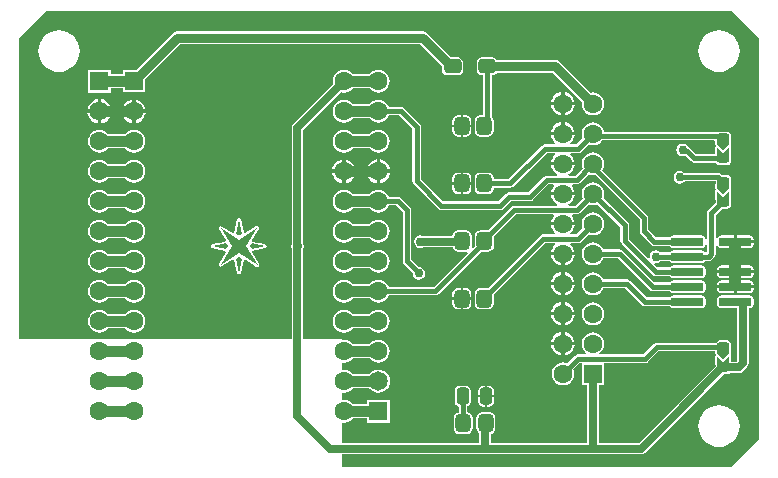
<source format=gtl>
G04*
G04 #@! TF.GenerationSoftware,Altium Limited,Altium Designer,20.1.8 (145)*
G04*
G04 Layer_Physical_Order=1*
G04 Layer_Color=255*
%FSAX25Y25*%
%MOIN*%
G70*
G04*
G04 #@! TF.SameCoordinates,26FBE6AE-7016-430B-9DB3-2072F7DBF2B3*
G04*
G04*
G04 #@! TF.FilePolarity,Positive*
G04*
G01*
G75*
G04:AMPARAMS|DCode=29|XSize=39.76mil|YSize=57.87mil|CornerRadius=9.94mil|HoleSize=0mil|Usage=FLASHONLY|Rotation=0.000|XOffset=0mil|YOffset=0mil|HoleType=Round|Shape=RoundedRectangle|*
%AMROUNDEDRECTD29*
21,1,0.03976,0.03799,0,0,0.0*
21,1,0.01988,0.05787,0,0,0.0*
1,1,0.01988,0.00994,-0.01900*
1,1,0.01988,-0.00994,-0.01900*
1,1,0.01988,-0.00994,0.01900*
1,1,0.01988,0.00994,0.01900*
%
%ADD29ROUNDEDRECTD29*%
G04:AMPARAMS|DCode=30|XSize=59.06mil|YSize=51.18mil|CornerRadius=12.8mil|HoleSize=0mil|Usage=FLASHONLY|Rotation=90.000|XOffset=0mil|YOffset=0mil|HoleType=Round|Shape=RoundedRectangle|*
%AMROUNDEDRECTD30*
21,1,0.05906,0.02559,0,0,90.0*
21,1,0.03347,0.05118,0,0,90.0*
1,1,0.02559,0.01280,0.01673*
1,1,0.02559,0.01280,-0.01673*
1,1,0.02559,-0.01280,-0.01673*
1,1,0.02559,-0.01280,0.01673*
%
%ADD30ROUNDEDRECTD30*%
G04:AMPARAMS|DCode=31|XSize=29.13mil|YSize=109.84mil|CornerRadius=7.28mil|HoleSize=0mil|Usage=FLASHONLY|Rotation=90.000|XOffset=0mil|YOffset=0mil|HoleType=Round|Shape=RoundedRectangle|*
%AMROUNDEDRECTD31*
21,1,0.02913,0.09528,0,0,90.0*
21,1,0.01457,0.10984,0,0,90.0*
1,1,0.01457,0.04764,0.00728*
1,1,0.01457,0.04764,-0.00728*
1,1,0.01457,-0.04764,-0.00728*
1,1,0.01457,-0.04764,0.00728*
%
%ADD31ROUNDEDRECTD31*%
G04:AMPARAMS|DCode=32|XSize=32mil|YSize=40mil|CornerRadius=8mil|HoleSize=0mil|Usage=FLASHONLY|Rotation=270.000|XOffset=0mil|YOffset=0mil|HoleType=Round|Shape=RoundedRectangle|*
%AMROUNDEDRECTD32*
21,1,0.03200,0.02400,0,0,270.0*
21,1,0.01600,0.04000,0,0,270.0*
1,1,0.01600,-0.01200,-0.00800*
1,1,0.01600,-0.01200,0.00800*
1,1,0.01600,0.01200,0.00800*
1,1,0.01600,0.01200,-0.00800*
%
%ADD32ROUNDEDRECTD32*%
G04:AMPARAMS|DCode=33|XSize=47.24mil|YSize=57.09mil|CornerRadius=11.81mil|HoleSize=0mil|Usage=FLASHONLY|Rotation=270.000|XOffset=0mil|YOffset=0mil|HoleType=Round|Shape=RoundedRectangle|*
%AMROUNDEDRECTD33*
21,1,0.04724,0.03347,0,0,270.0*
21,1,0.02362,0.05709,0,0,270.0*
1,1,0.02362,-0.01673,-0.01181*
1,1,0.02362,-0.01673,0.01181*
1,1,0.02362,0.01673,0.01181*
1,1,0.02362,0.01673,-0.01181*
%
%ADD33ROUNDEDRECTD33*%
%ADD34C,0.01600*%
%ADD35C,0.02500*%
%ADD36C,0.03000*%
%ADD37C,0.03500*%
%ADD38R,0.04000X0.15500*%
%ADD39C,0.06299*%
%ADD40C,0.06496*%
%ADD41R,0.06496X0.06496*%
%ADD42C,0.06299*%
%ADD43R,0.06299X0.06299*%
%ADD44R,0.06299X0.06299*%
%ADD45C,0.03000*%
G36*
X0248471Y0144367D02*
Y0010633D01*
X0239367Y0001529D01*
X0109200D01*
Y0005614D01*
X0209000D01*
X0209722Y0005757D01*
X0210334Y0006166D01*
X0217334Y0013166D01*
X0236565Y0032398D01*
X0237700D01*
X0238246Y0032506D01*
X0238594Y0032739D01*
X0241535D01*
X0242257Y0032882D01*
X0242869Y0033291D01*
X0244334Y0034756D01*
X0244743Y0035368D01*
X0244886Y0036090D01*
Y0054418D01*
X0245264D01*
X0245782Y0054521D01*
X0246221Y0054814D01*
X0246515Y0055253D01*
X0246618Y0055772D01*
Y0057228D01*
X0246515Y0057746D01*
X0246221Y0058186D01*
X0245782Y0058479D01*
X0245264Y0058583D01*
X0235736D01*
X0235218Y0058479D01*
X0234779Y0058186D01*
X0234485Y0057746D01*
X0234382Y0057228D01*
Y0055772D01*
X0234485Y0055253D01*
X0234779Y0054814D01*
X0235218Y0054521D01*
X0235736Y0054418D01*
X0241114D01*
Y0036871D01*
X0240754Y0036511D01*
X0239149D01*
Y0038375D01*
X0238959Y0038834D01*
X0239122Y0039308D01*
X0239149Y0039375D01*
Y0040600D01*
X0239127Y0040653D01*
Y0042175D01*
X0239019Y0042721D01*
X0238709Y0043184D01*
X0238246Y0043494D01*
X0237700Y0043602D01*
X0235300D01*
X0234754Y0043494D01*
X0234291Y0043184D01*
X0234035Y0042802D01*
X0214223D01*
X0214223Y0042802D01*
X0213677Y0042694D01*
X0213214Y0042384D01*
X0213214Y0042384D01*
X0209757Y0038927D01*
X0195325D01*
X0195155Y0039427D01*
X0195674Y0039826D01*
X0196275Y0040609D01*
X0196653Y0041521D01*
X0196782Y0042500D01*
X0196653Y0043479D01*
X0196275Y0044391D01*
X0195674Y0045174D01*
X0194891Y0045775D01*
X0193979Y0046153D01*
X0193000Y0046282D01*
X0192021Y0046153D01*
X0191109Y0045775D01*
X0190326Y0045174D01*
X0189725Y0044391D01*
X0189347Y0043479D01*
X0189218Y0042500D01*
X0189347Y0041521D01*
X0189725Y0040609D01*
X0190326Y0039826D01*
X0190845Y0039427D01*
X0190675Y0038927D01*
X0188000D01*
X0188000Y0038927D01*
X0187454Y0038819D01*
X0186991Y0038509D01*
X0186991Y0038509D01*
X0184442Y0035961D01*
X0183979Y0036153D01*
X0183000Y0036282D01*
X0182021Y0036153D01*
X0181109Y0035775D01*
X0180326Y0035174D01*
X0179725Y0034391D01*
X0179347Y0033479D01*
X0179218Y0032500D01*
X0179347Y0031521D01*
X0179725Y0030609D01*
X0180326Y0029826D01*
X0181109Y0029225D01*
X0182021Y0028847D01*
X0183000Y0028718D01*
X0183979Y0028847D01*
X0184891Y0029225D01*
X0185674Y0029826D01*
X0186275Y0030609D01*
X0186653Y0031521D01*
X0186782Y0032500D01*
X0186653Y0033479D01*
X0186461Y0033942D01*
X0188591Y0036073D01*
X0189250D01*
Y0028750D01*
X0191114D01*
Y0009386D01*
X0158886D01*
Y0012483D01*
X0159253Y0012556D01*
X0159875Y0012972D01*
X0160290Y0013593D01*
X0160436Y0014327D01*
Y0017673D01*
X0160290Y0018407D01*
X0159875Y0019028D01*
X0159253Y0019444D01*
X0158520Y0019590D01*
X0155961D01*
X0155227Y0019444D01*
X0154606Y0019028D01*
X0154190Y0018407D01*
X0154044Y0017673D01*
Y0014327D01*
X0154190Y0013593D01*
X0154606Y0012972D01*
X0155114Y0012632D01*
Y0009386D01*
X0109200D01*
Y0015944D01*
X0109576Y0016274D01*
X0110000Y0016218D01*
X0110979Y0016347D01*
X0111891Y0016725D01*
X0112674Y0017326D01*
X0112891Y0017608D01*
X0117652D01*
Y0016160D01*
X0125348D01*
Y0023856D01*
X0117652D01*
Y0022400D01*
X0112885D01*
X0112674Y0022674D01*
X0111891Y0023275D01*
X0110979Y0023653D01*
X0110000Y0023782D01*
X0109576Y0023726D01*
X0109200Y0024056D01*
Y0025944D01*
X0109576Y0026274D01*
X0110000Y0026218D01*
X0110979Y0026347D01*
X0111891Y0026725D01*
X0112674Y0027326D01*
X0112891Y0027608D01*
X0118491D01*
X0118756Y0027263D01*
X0119559Y0026647D01*
X0120495Y0026259D01*
X0121500Y0026127D01*
X0122504Y0026259D01*
X0123441Y0026647D01*
X0124244Y0027263D01*
X0124861Y0028067D01*
X0125249Y0029003D01*
X0125381Y0030008D01*
X0125249Y0031012D01*
X0124861Y0031949D01*
X0124244Y0032752D01*
X0123441Y0033369D01*
X0122504Y0033757D01*
X0121500Y0033889D01*
X0120495Y0033757D01*
X0119559Y0033369D01*
X0118756Y0032752D01*
X0118485Y0032400D01*
X0112885D01*
X0112674Y0032674D01*
X0111891Y0033275D01*
X0110979Y0033653D01*
X0110000Y0033782D01*
X0109576Y0033726D01*
X0109200Y0034056D01*
Y0035944D01*
X0109576Y0036274D01*
X0110000Y0036218D01*
X0110979Y0036347D01*
X0111891Y0036725D01*
X0112674Y0037326D01*
X0112891Y0037608D01*
X0118615D01*
X0118826Y0037334D01*
X0119609Y0036733D01*
X0120521Y0036355D01*
X0121500Y0036226D01*
X0122479Y0036355D01*
X0123391Y0036733D01*
X0124174Y0037334D01*
X0124775Y0038117D01*
X0125153Y0039029D01*
X0125282Y0040008D01*
X0125153Y0040987D01*
X0124775Y0041899D01*
X0124174Y0042682D01*
X0123391Y0043283D01*
X0122479Y0043661D01*
X0121500Y0043790D01*
X0120521Y0043661D01*
X0119609Y0043283D01*
X0118826Y0042682D01*
X0118609Y0042400D01*
X0112885D01*
X0112674Y0042674D01*
X0111891Y0043275D01*
X0110979Y0043653D01*
X0110000Y0043782D01*
X0109576Y0043726D01*
X0109200Y0044056D01*
Y0044200D01*
X0096386D01*
Y0073793D01*
X0096478Y0073931D01*
X0096641Y0074750D01*
X0096614Y0074888D01*
X0096636Y0075000D01*
X0096492Y0075721D01*
X0096386Y0075880D01*
Y0113719D01*
X0109016Y0126349D01*
X0109021Y0126347D01*
X0110000Y0126218D01*
X0110979Y0126347D01*
X0111891Y0126725D01*
X0112674Y0127326D01*
X0112891Y0127608D01*
X0118615D01*
X0118826Y0127334D01*
X0119609Y0126733D01*
X0120521Y0126355D01*
X0121500Y0126226D01*
X0122479Y0126355D01*
X0123391Y0126733D01*
X0124174Y0127334D01*
X0124775Y0128117D01*
X0125153Y0129029D01*
X0125282Y0130008D01*
X0125153Y0130987D01*
X0124775Y0131899D01*
X0124174Y0132682D01*
X0123391Y0133283D01*
X0122479Y0133661D01*
X0121500Y0133790D01*
X0120521Y0133661D01*
X0119609Y0133283D01*
X0118826Y0132682D01*
X0118609Y0132400D01*
X0112885D01*
X0112674Y0132674D01*
X0111891Y0133275D01*
X0110979Y0133653D01*
X0110000Y0133782D01*
X0109021Y0133653D01*
X0108109Y0133275D01*
X0107326Y0132674D01*
X0106725Y0131891D01*
X0106347Y0130979D01*
X0106218Y0130000D01*
X0106347Y0129021D01*
X0106349Y0129016D01*
X0093166Y0115834D01*
X0092757Y0115222D01*
X0092614Y0114500D01*
Y0075707D01*
X0092522Y0075569D01*
X0092359Y0074750D01*
X0092522Y0073931D01*
X0092614Y0073793D01*
Y0044200D01*
X0001529D01*
Y0144367D01*
X0010633Y0153471D01*
X0239367D01*
X0248471Y0144367D01*
D02*
G37*
G36*
X0238500Y0039375D02*
X0236500Y0037375D01*
X0234500Y0039375D01*
Y0040600D01*
X0238500D01*
Y0039375D01*
D02*
G37*
G36*
Y0035425D02*
X0236500Y0035375D01*
X0234500D01*
Y0038375D01*
X0236500Y0036375D01*
X0238500Y0038375D01*
Y0035425D01*
D02*
G37*
G36*
X0233851Y0039375D02*
X0234041Y0038916D01*
X0234054Y0038902D01*
X0234041Y0038834D01*
X0233851Y0038375D01*
Y0035375D01*
X0233873Y0035322D01*
Y0035040D01*
X0214666Y0015834D01*
X0214666Y0015834D01*
X0208219Y0009386D01*
X0194886D01*
Y0028750D01*
X0196750D01*
Y0036073D01*
X0210348D01*
X0210348Y0036073D01*
X0210894Y0036181D01*
X0211358Y0036491D01*
X0214815Y0039948D01*
X0233851D01*
Y0039375D01*
D02*
G37*
%LPC*%
G36*
X0235000Y0146932D02*
X0233648Y0146799D01*
X0232347Y0146405D01*
X0231149Y0145764D01*
X0230098Y0144902D01*
X0229236Y0143851D01*
X0228595Y0142653D01*
X0228201Y0141352D01*
X0228068Y0140000D01*
X0228201Y0138648D01*
X0228595Y0137347D01*
X0229236Y0136149D01*
X0230098Y0135098D01*
X0231149Y0134236D01*
X0232347Y0133595D01*
X0233648Y0133201D01*
X0235000Y0133068D01*
X0236352Y0133201D01*
X0237653Y0133595D01*
X0238851Y0134236D01*
X0239902Y0135098D01*
X0240764Y0136149D01*
X0241405Y0137347D01*
X0241799Y0138648D01*
X0241932Y0140000D01*
X0241799Y0141352D01*
X0241405Y0142653D01*
X0240764Y0143851D01*
X0239902Y0144902D01*
X0238851Y0145764D01*
X0237653Y0146405D01*
X0236352Y0146799D01*
X0235000Y0146932D01*
D02*
G37*
G36*
X0015000D02*
X0013648Y0146799D01*
X0012347Y0146405D01*
X0011149Y0145764D01*
X0010098Y0144902D01*
X0009236Y0143851D01*
X0008595Y0142653D01*
X0008201Y0141352D01*
X0008068Y0140000D01*
X0008201Y0138648D01*
X0008595Y0137347D01*
X0009236Y0136149D01*
X0010098Y0135098D01*
X0011149Y0134236D01*
X0012347Y0133595D01*
X0013648Y0133201D01*
X0015000Y0133068D01*
X0016352Y0133201D01*
X0017653Y0133595D01*
X0018851Y0134236D01*
X0019902Y0135098D01*
X0020764Y0136149D01*
X0021405Y0137347D01*
X0021799Y0138648D01*
X0021932Y0140000D01*
X0021799Y0141352D01*
X0021405Y0142653D01*
X0020764Y0143851D01*
X0019902Y0144902D01*
X0018851Y0145764D01*
X0017653Y0146405D01*
X0016352Y0146799D01*
X0015000Y0146932D01*
D02*
G37*
G36*
X0136201Y0146641D02*
X0054500D01*
X0053681Y0146478D01*
X0052986Y0146014D01*
X0040722Y0133750D01*
X0036250D01*
Y0132396D01*
X0032348D01*
Y0133848D01*
X0024652D01*
Y0126152D01*
X0032348D01*
Y0127604D01*
X0036250D01*
Y0126250D01*
X0043750D01*
Y0130722D01*
X0055387Y0142359D01*
X0135314D01*
X0142704Y0134969D01*
Y0133819D01*
X0142842Y0133124D01*
X0143236Y0132535D01*
X0143825Y0132141D01*
X0144520Y0132003D01*
X0147866D01*
X0148561Y0132141D01*
X0149150Y0132535D01*
X0149544Y0133124D01*
X0149682Y0133819D01*
Y0136181D01*
X0149544Y0136876D01*
X0149150Y0137465D01*
X0148561Y0137859D01*
X0147866Y0137997D01*
X0145732D01*
X0137715Y0146014D01*
X0137020Y0146478D01*
X0136201Y0146641D01*
D02*
G37*
G36*
X0183600Y0126405D02*
Y0123100D01*
X0186905D01*
X0186848Y0123531D01*
X0186450Y0124492D01*
X0185817Y0125317D01*
X0184992Y0125950D01*
X0184031Y0126348D01*
X0183600Y0126405D01*
D02*
G37*
G36*
X0182400D02*
X0181969Y0126348D01*
X0181008Y0125950D01*
X0180183Y0125317D01*
X0179550Y0124492D01*
X0179152Y0123531D01*
X0179095Y0123100D01*
X0182400D01*
Y0126405D01*
D02*
G37*
G36*
X0121500Y0123790D02*
X0120521Y0123661D01*
X0119609Y0123283D01*
X0118826Y0122682D01*
X0118609Y0122400D01*
X0112885D01*
X0112674Y0122674D01*
X0111891Y0123275D01*
X0110979Y0123653D01*
X0110000Y0123782D01*
X0109021Y0123653D01*
X0108109Y0123275D01*
X0107326Y0122674D01*
X0106725Y0121891D01*
X0106347Y0120979D01*
X0106218Y0120000D01*
X0106347Y0119021D01*
X0106725Y0118109D01*
X0107326Y0117326D01*
X0108109Y0116725D01*
X0109021Y0116347D01*
X0110000Y0116218D01*
X0110979Y0116347D01*
X0111891Y0116725D01*
X0112674Y0117326D01*
X0112891Y0117608D01*
X0118615D01*
X0118826Y0117334D01*
X0119609Y0116733D01*
X0120521Y0116355D01*
X0121500Y0116226D01*
X0122479Y0116355D01*
X0123391Y0116733D01*
X0124174Y0117334D01*
X0124775Y0118117D01*
X0124967Y0118580D01*
X0128401D01*
X0132833Y0114149D01*
Y0096740D01*
X0132833Y0096740D01*
X0132941Y0096194D01*
X0133251Y0095731D01*
X0141491Y0087491D01*
X0141491Y0087491D01*
X0141954Y0087181D01*
X0142500Y0087073D01*
X0142500Y0087073D01*
X0162000D01*
X0162000Y0087073D01*
X0162546Y0087181D01*
X0163009Y0087491D01*
X0165591Y0090073D01*
X0172000D01*
X0172000Y0090073D01*
X0172546Y0090181D01*
X0173009Y0090491D01*
X0178141Y0095622D01*
X0179788D01*
X0180034Y0095122D01*
X0179550Y0094492D01*
X0179152Y0093531D01*
X0179095Y0093100D01*
X0183000D01*
X0186905D01*
X0186848Y0093531D01*
X0186450Y0094492D01*
X0185966Y0095122D01*
X0186212Y0095622D01*
X0187550D01*
X0187550Y0095622D01*
X0188096Y0095731D01*
X0188559Y0096040D01*
X0191558Y0099039D01*
X0192021Y0098847D01*
X0193000Y0098718D01*
X0193675Y0098807D01*
X0208573Y0083909D01*
Y0080000D01*
X0208573Y0080000D01*
X0208681Y0079454D01*
X0208991Y0078991D01*
X0212491Y0075491D01*
X0212491Y0075491D01*
X0212954Y0075181D01*
X0213500Y0075073D01*
X0213500Y0075073D01*
X0218606D01*
X0218779Y0074814D01*
X0219218Y0074521D01*
X0219736Y0074418D01*
X0229264D01*
X0229782Y0074521D01*
X0230221Y0074814D01*
X0230515Y0075253D01*
X0230573Y0075543D01*
X0231073Y0075494D01*
Y0073028D01*
X0230972Y0072927D01*
X0230394D01*
X0230221Y0073186D01*
X0229782Y0073479D01*
X0229264Y0073583D01*
X0219736D01*
X0219218Y0073479D01*
X0218779Y0073186D01*
X0218606Y0072927D01*
X0215572D01*
X0215514Y0073014D01*
X0214819Y0073478D01*
X0214000Y0073641D01*
X0213181Y0073478D01*
X0212486Y0073014D01*
X0212022Y0072319D01*
X0211859Y0071500D01*
X0211917Y0071208D01*
X0211456Y0070961D01*
X0204998Y0077419D01*
Y0081929D01*
X0204998Y0081929D01*
X0204889Y0082476D01*
X0204580Y0082939D01*
X0204580Y0082939D01*
X0196461Y0091058D01*
X0196653Y0091521D01*
X0196782Y0092500D01*
X0196653Y0093479D01*
X0196275Y0094391D01*
X0195674Y0095174D01*
X0194891Y0095775D01*
X0193979Y0096153D01*
X0193000Y0096282D01*
X0192021Y0096153D01*
X0191109Y0095775D01*
X0190326Y0095174D01*
X0189725Y0094391D01*
X0189347Y0093479D01*
X0189218Y0092500D01*
X0189347Y0091521D01*
X0189539Y0091058D01*
X0186958Y0088477D01*
X0184915D01*
X0184816Y0088977D01*
X0184992Y0089050D01*
X0185817Y0089683D01*
X0186450Y0090508D01*
X0186848Y0091469D01*
X0186905Y0091900D01*
X0183000D01*
X0179095D01*
X0179152Y0091469D01*
X0179550Y0090508D01*
X0180183Y0089683D01*
X0181008Y0089050D01*
X0181184Y0088977D01*
X0181085Y0088477D01*
X0166768D01*
X0166221Y0088368D01*
X0165758Y0088059D01*
X0165758Y0088059D01*
X0157989Y0080290D01*
X0155532D01*
X0154799Y0080144D01*
X0154177Y0079728D01*
X0153762Y0079107D01*
X0153616Y0078373D01*
Y0075129D01*
X0152919Y0074432D01*
X0152458Y0074678D01*
X0152527Y0075027D01*
Y0078373D01*
X0152382Y0079107D01*
X0151966Y0079728D01*
X0151344Y0080144D01*
X0150611Y0080290D01*
X0148052D01*
X0147319Y0080144D01*
X0146697Y0079728D01*
X0146282Y0079107D01*
X0146138Y0078386D01*
X0136457D01*
X0136319Y0078478D01*
X0135500Y0078641D01*
X0134681Y0078478D01*
X0133986Y0078014D01*
X0133522Y0077319D01*
X0133359Y0076500D01*
X0133522Y0075681D01*
X0133986Y0074986D01*
X0134681Y0074522D01*
X0135500Y0074359D01*
X0136319Y0074522D01*
X0136457Y0074614D01*
X0146218D01*
X0146282Y0074293D01*
X0146697Y0073672D01*
X0147319Y0073256D01*
X0148052Y0073110D01*
X0150611D01*
X0150959Y0073180D01*
X0151206Y0072719D01*
X0139922Y0061435D01*
X0124967D01*
X0124775Y0061899D01*
X0124174Y0062682D01*
X0123391Y0063283D01*
X0122479Y0063661D01*
X0121500Y0063790D01*
X0120521Y0063661D01*
X0119609Y0063283D01*
X0118826Y0062682D01*
X0118609Y0062400D01*
X0112885D01*
X0112674Y0062674D01*
X0111891Y0063275D01*
X0110979Y0063653D01*
X0110000Y0063782D01*
X0109021Y0063653D01*
X0108109Y0063275D01*
X0107326Y0062674D01*
X0106725Y0061891D01*
X0106347Y0060979D01*
X0106218Y0060000D01*
X0106347Y0059021D01*
X0106725Y0058109D01*
X0107326Y0057326D01*
X0108109Y0056725D01*
X0109021Y0056347D01*
X0110000Y0056218D01*
X0110979Y0056347D01*
X0111891Y0056725D01*
X0112674Y0057326D01*
X0112891Y0057608D01*
X0118615D01*
X0118826Y0057334D01*
X0119609Y0056733D01*
X0120521Y0056355D01*
X0121500Y0056226D01*
X0122479Y0056355D01*
X0123391Y0056733D01*
X0124174Y0057334D01*
X0124775Y0058117D01*
X0124967Y0058580D01*
X0140513D01*
X0140513Y0058580D01*
X0141060Y0058689D01*
X0141523Y0058999D01*
X0155635Y0073110D01*
X0158091D01*
X0158825Y0073256D01*
X0159446Y0073672D01*
X0159862Y0074293D01*
X0160008Y0075027D01*
Y0078271D01*
X0167359Y0085622D01*
X0179788D01*
X0180034Y0085122D01*
X0179550Y0084492D01*
X0179152Y0083531D01*
X0179095Y0083100D01*
X0183000D01*
X0186905D01*
X0186848Y0083531D01*
X0186450Y0084492D01*
X0185966Y0085122D01*
X0186212Y0085622D01*
X0187550D01*
X0187550Y0085622D01*
X0188096Y0085731D01*
X0188559Y0086040D01*
X0191558Y0089039D01*
X0192021Y0088847D01*
X0193000Y0088718D01*
X0193979Y0088847D01*
X0194442Y0089039D01*
X0202143Y0081338D01*
Y0076828D01*
X0202143Y0076828D01*
X0202252Y0076282D01*
X0202561Y0075819D01*
X0212889Y0065491D01*
X0212890Y0065491D01*
X0213353Y0065181D01*
X0213899Y0065073D01*
X0218606D01*
X0218779Y0064814D01*
X0219218Y0064521D01*
X0219736Y0064417D01*
X0229264D01*
X0229782Y0064521D01*
X0230221Y0064814D01*
X0230515Y0065254D01*
X0230618Y0065772D01*
Y0067228D01*
X0230515Y0067747D01*
X0230221Y0068186D01*
X0229782Y0068479D01*
X0229264Y0068582D01*
X0219736D01*
X0219218Y0068479D01*
X0218779Y0068186D01*
X0218606Y0067927D01*
X0214490D01*
X0213461Y0068956D01*
X0213708Y0069417D01*
X0214000Y0069359D01*
X0214819Y0069522D01*
X0215514Y0069986D01*
X0215572Y0070073D01*
X0218606D01*
X0218779Y0069814D01*
X0219218Y0069521D01*
X0219736Y0069418D01*
X0229264D01*
X0229782Y0069521D01*
X0230221Y0069814D01*
X0230394Y0070073D01*
X0231563D01*
X0231563Y0070073D01*
X0232109Y0070181D01*
X0232572Y0070491D01*
X0233509Y0071428D01*
X0233509Y0071428D01*
X0233819Y0071891D01*
X0233927Y0072437D01*
X0233927Y0072437D01*
Y0075494D01*
X0234427Y0075543D01*
X0234485Y0075253D01*
X0234779Y0074814D01*
X0235218Y0074521D01*
X0235736Y0074418D01*
X0240100D01*
Y0076500D01*
Y0078583D01*
X0235736D01*
X0235218Y0078479D01*
X0234779Y0078186D01*
X0234485Y0077746D01*
X0234427Y0077457D01*
X0233927Y0077506D01*
Y0085559D01*
X0235891Y0087523D01*
X0237700D01*
X0238246Y0087631D01*
X0238709Y0087941D01*
X0239019Y0088404D01*
X0239127Y0088950D01*
Y0090497D01*
X0239149Y0090550D01*
Y0093500D01*
X0238959Y0093959D01*
X0239122Y0094433D01*
X0239149Y0094500D01*
Y0095725D01*
X0239127Y0095778D01*
Y0097300D01*
X0239019Y0097846D01*
X0238709Y0098309D01*
X0238246Y0098619D01*
X0237700Y0098727D01*
X0235891D01*
X0235609Y0099009D01*
X0235146Y0099319D01*
X0234600Y0099427D01*
X0234600Y0099427D01*
X0223572D01*
X0223514Y0099514D01*
X0222819Y0099978D01*
X0222000Y0100141D01*
X0221181Y0099978D01*
X0220486Y0099514D01*
X0220022Y0098819D01*
X0219859Y0098000D01*
X0220022Y0097181D01*
X0220486Y0096486D01*
X0221181Y0096022D01*
X0222000Y0095859D01*
X0222819Y0096022D01*
X0223514Y0096486D01*
X0223572Y0096573D01*
X0233873D01*
Y0095778D01*
X0233851Y0095725D01*
Y0094500D01*
X0234041Y0094041D01*
X0234054Y0094027D01*
X0234041Y0093959D01*
X0233851Y0093500D01*
Y0090500D01*
X0233873Y0090447D01*
Y0089541D01*
X0231491Y0087159D01*
X0231181Y0086696D01*
X0231073Y0086150D01*
X0231073Y0086150D01*
Y0077506D01*
X0230573Y0077457D01*
X0230515Y0077746D01*
X0230221Y0078186D01*
X0229782Y0078479D01*
X0229264Y0078583D01*
X0219736D01*
X0219218Y0078479D01*
X0218779Y0078186D01*
X0218606Y0077927D01*
X0214091D01*
X0211427Y0080591D01*
Y0084500D01*
X0211427Y0084500D01*
X0211319Y0085046D01*
X0211009Y0085509D01*
X0196116Y0100402D01*
X0196275Y0100609D01*
X0196653Y0101521D01*
X0196782Y0102500D01*
X0196653Y0103479D01*
X0196275Y0104391D01*
X0195674Y0105174D01*
X0194891Y0105775D01*
X0193979Y0106153D01*
X0193000Y0106282D01*
X0192021Y0106153D01*
X0191109Y0105775D01*
X0190326Y0105174D01*
X0189725Y0104391D01*
X0189347Y0103479D01*
X0189218Y0102500D01*
X0189347Y0101521D01*
X0189539Y0101058D01*
X0186958Y0098477D01*
X0184915D01*
X0184816Y0098977D01*
X0184992Y0099050D01*
X0185817Y0099683D01*
X0186450Y0100508D01*
X0186848Y0101469D01*
X0186905Y0101900D01*
X0183000D01*
X0179095D01*
X0179152Y0101469D01*
X0179550Y0100508D01*
X0180183Y0099683D01*
X0181008Y0099050D01*
X0181184Y0098977D01*
X0181085Y0098477D01*
X0177550D01*
X0177003Y0098368D01*
X0176540Y0098059D01*
X0176540Y0098059D01*
X0171409Y0092927D01*
X0165000D01*
X0165000Y0092927D01*
X0164454Y0092819D01*
X0163991Y0092509D01*
X0163991Y0092509D01*
X0161409Y0089927D01*
X0143091D01*
X0135687Y0097331D01*
Y0114740D01*
X0135687Y0114740D01*
X0135579Y0115286D01*
X0135269Y0115749D01*
X0135269Y0115749D01*
X0130001Y0121017D01*
X0129538Y0121327D01*
X0128992Y0121435D01*
X0128992Y0121435D01*
X0124967D01*
X0124775Y0121899D01*
X0124174Y0122682D01*
X0123391Y0123283D01*
X0122479Y0123661D01*
X0121500Y0123790D01*
D02*
G37*
G36*
X0029100Y0124004D02*
Y0120600D01*
X0032504D01*
X0032444Y0121057D01*
X0032036Y0122041D01*
X0031387Y0122887D01*
X0030542Y0123536D01*
X0029557Y0123944D01*
X0029100Y0124004D01*
D02*
G37*
G36*
X0040600Y0123905D02*
Y0120600D01*
X0043905D01*
X0043848Y0121031D01*
X0043450Y0121992D01*
X0042817Y0122817D01*
X0041992Y0123450D01*
X0041031Y0123848D01*
X0040600Y0123905D01*
D02*
G37*
G36*
X0039400D02*
X0038969Y0123848D01*
X0038008Y0123450D01*
X0037183Y0122817D01*
X0036550Y0121992D01*
X0036152Y0121031D01*
X0036095Y0120600D01*
X0039400D01*
Y0123905D01*
D02*
G37*
G36*
X0027900Y0124004D02*
X0027443Y0123944D01*
X0026458Y0123536D01*
X0025613Y0122887D01*
X0024964Y0122041D01*
X0024556Y0121057D01*
X0024496Y0120600D01*
X0027900D01*
Y0124004D01*
D02*
G37*
G36*
X0159480Y0137997D02*
X0156134D01*
X0155439Y0137859D01*
X0154850Y0137465D01*
X0154456Y0136876D01*
X0154318Y0136181D01*
Y0133819D01*
X0154456Y0133124D01*
X0154850Y0132535D01*
X0155439Y0132141D01*
X0156134Y0132003D01*
X0156380D01*
Y0118690D01*
X0155461D01*
X0154727Y0118544D01*
X0154106Y0118128D01*
X0153690Y0117507D01*
X0153544Y0116773D01*
Y0113427D01*
X0153690Y0112693D01*
X0154106Y0112072D01*
X0154727Y0111656D01*
X0155461Y0111510D01*
X0158020D01*
X0158753Y0111656D01*
X0159375Y0112072D01*
X0159790Y0112693D01*
X0159936Y0113427D01*
Y0116773D01*
X0159790Y0117507D01*
X0159375Y0118128D01*
X0159234Y0118222D01*
Y0132003D01*
X0159480D01*
X0160175Y0132141D01*
X0160764Y0132535D01*
X0160981Y0132859D01*
X0179613D01*
X0189306Y0123166D01*
X0189218Y0122500D01*
X0189347Y0121521D01*
X0189725Y0120609D01*
X0190326Y0119826D01*
X0191109Y0119225D01*
X0192021Y0118847D01*
X0193000Y0118718D01*
X0193979Y0118847D01*
X0194891Y0119225D01*
X0195674Y0119826D01*
X0196275Y0120609D01*
X0196653Y0121521D01*
X0196782Y0122500D01*
X0196653Y0123479D01*
X0196275Y0124391D01*
X0195674Y0125174D01*
X0194891Y0125775D01*
X0193979Y0126153D01*
X0193000Y0126282D01*
X0192334Y0126194D01*
X0182014Y0136514D01*
X0181319Y0136978D01*
X0180500Y0137141D01*
X0160981D01*
X0160764Y0137465D01*
X0160175Y0137859D01*
X0159480Y0137997D01*
D02*
G37*
G36*
X0186905Y0121900D02*
X0183600D01*
Y0118595D01*
X0184031Y0118652D01*
X0184992Y0119050D01*
X0185817Y0119683D01*
X0186450Y0120508D01*
X0186848Y0121469D01*
X0186905Y0121900D01*
D02*
G37*
G36*
X0182400D02*
X0179095D01*
X0179152Y0121469D01*
X0179550Y0120508D01*
X0180183Y0119683D01*
X0181008Y0119050D01*
X0181969Y0118652D01*
X0182400Y0118595D01*
Y0121900D01*
D02*
G37*
G36*
X0043905Y0119400D02*
X0040600D01*
Y0116095D01*
X0041031Y0116152D01*
X0041992Y0116550D01*
X0042817Y0117183D01*
X0043450Y0118008D01*
X0043848Y0118969D01*
X0043905Y0119400D01*
D02*
G37*
G36*
X0039400D02*
X0036095D01*
X0036152Y0118969D01*
X0036550Y0118008D01*
X0037183Y0117183D01*
X0038008Y0116550D01*
X0038969Y0116152D01*
X0039400Y0116095D01*
Y0119400D01*
D02*
G37*
G36*
X0032504D02*
X0029100D01*
Y0115996D01*
X0029557Y0116056D01*
X0030542Y0116464D01*
X0031387Y0117113D01*
X0032036Y0117958D01*
X0032444Y0118943D01*
X0032504Y0119400D01*
D02*
G37*
G36*
X0027900D02*
X0024496D01*
X0024556Y0118943D01*
X0024964Y0117958D01*
X0025613Y0117113D01*
X0026458Y0116464D01*
X0027443Y0116056D01*
X0027900Y0115996D01*
Y0119400D01*
D02*
G37*
G36*
X0150539Y0118690D02*
X0149660D01*
Y0115500D01*
X0152456D01*
Y0116773D01*
X0152310Y0117507D01*
X0151894Y0118128D01*
X0151273Y0118544D01*
X0150539Y0118690D01*
D02*
G37*
G36*
X0148860D02*
X0147980D01*
X0147247Y0118544D01*
X0146625Y0118128D01*
X0146210Y0117507D01*
X0146064Y0116773D01*
Y0115500D01*
X0148860D01*
Y0118690D01*
D02*
G37*
G36*
X0183600Y0116405D02*
Y0113100D01*
X0186905D01*
X0186848Y0113531D01*
X0186450Y0114492D01*
X0185817Y0115317D01*
X0184992Y0115950D01*
X0184031Y0116348D01*
X0183600Y0116405D01*
D02*
G37*
G36*
X0182400D02*
X0181969Y0116348D01*
X0181008Y0115950D01*
X0180183Y0115317D01*
X0179550Y0114492D01*
X0179152Y0113531D01*
X0179095Y0113100D01*
X0182400D01*
Y0116405D01*
D02*
G37*
G36*
X0121500Y0113790D02*
X0120521Y0113661D01*
X0119609Y0113283D01*
X0118826Y0112682D01*
X0118609Y0112400D01*
X0112885D01*
X0112674Y0112674D01*
X0111891Y0113275D01*
X0110979Y0113653D01*
X0110000Y0113782D01*
X0109021Y0113653D01*
X0108109Y0113275D01*
X0107326Y0112674D01*
X0106725Y0111891D01*
X0106347Y0110979D01*
X0106218Y0110000D01*
X0106347Y0109021D01*
X0106725Y0108109D01*
X0107326Y0107326D01*
X0108109Y0106725D01*
X0109021Y0106347D01*
X0110000Y0106218D01*
X0110979Y0106347D01*
X0111891Y0106725D01*
X0112674Y0107326D01*
X0112891Y0107608D01*
X0118615D01*
X0118826Y0107334D01*
X0119609Y0106733D01*
X0120521Y0106355D01*
X0121500Y0106226D01*
X0122479Y0106355D01*
X0123391Y0106733D01*
X0124174Y0107334D01*
X0124775Y0108117D01*
X0125153Y0109029D01*
X0125282Y0110008D01*
X0125153Y0110987D01*
X0124775Y0111899D01*
X0124174Y0112682D01*
X0123391Y0113283D01*
X0122479Y0113661D01*
X0121500Y0113790D01*
D02*
G37*
G36*
X0040000Y0113782D02*
X0039021Y0113653D01*
X0038109Y0113275D01*
X0037326Y0112674D01*
X0037112Y0112396D01*
X0031388D01*
X0031174Y0112674D01*
X0030391Y0113275D01*
X0029479Y0113653D01*
X0028500Y0113782D01*
X0027521Y0113653D01*
X0026609Y0113275D01*
X0025826Y0112674D01*
X0025225Y0111891D01*
X0024847Y0110979D01*
X0024718Y0110000D01*
X0024847Y0109021D01*
X0025225Y0108109D01*
X0025826Y0107326D01*
X0026609Y0106725D01*
X0027521Y0106347D01*
X0028500Y0106218D01*
X0029479Y0106347D01*
X0030391Y0106725D01*
X0031174Y0107326D01*
X0031388Y0107604D01*
X0037112D01*
X0037326Y0107326D01*
X0038109Y0106725D01*
X0039021Y0106347D01*
X0040000Y0106218D01*
X0040979Y0106347D01*
X0041891Y0106725D01*
X0042674Y0107326D01*
X0043275Y0108109D01*
X0043653Y0109021D01*
X0043782Y0110000D01*
X0043653Y0110979D01*
X0043275Y0111891D01*
X0042674Y0112674D01*
X0041891Y0113275D01*
X0040979Y0113653D01*
X0040000Y0113782D01*
D02*
G37*
G36*
X0152456Y0114700D02*
X0149660D01*
Y0111510D01*
X0150539D01*
X0151273Y0111656D01*
X0151894Y0112072D01*
X0152310Y0112693D01*
X0152456Y0113427D01*
Y0114700D01*
D02*
G37*
G36*
X0148860D02*
X0146064D01*
Y0113427D01*
X0146210Y0112693D01*
X0146625Y0112072D01*
X0147247Y0111656D01*
X0147980Y0111510D01*
X0148860D01*
Y0114700D01*
D02*
G37*
G36*
X0193000Y0116282D02*
X0192021Y0116153D01*
X0191109Y0115775D01*
X0190326Y0115174D01*
X0189725Y0114391D01*
X0189347Y0113479D01*
X0189218Y0112500D01*
X0189347Y0111521D01*
X0189539Y0111058D01*
X0187409Y0108927D01*
X0185653D01*
X0185484Y0109427D01*
X0185817Y0109683D01*
X0186450Y0110508D01*
X0186848Y0111469D01*
X0186905Y0111900D01*
X0183000D01*
X0179095D01*
X0179152Y0111469D01*
X0179550Y0110508D01*
X0180183Y0109683D01*
X0180516Y0109427D01*
X0180347Y0108927D01*
X0177000D01*
X0177000Y0108927D01*
X0176454Y0108819D01*
X0175991Y0108509D01*
X0175991Y0108509D01*
X0164809Y0097327D01*
X0159936D01*
Y0097573D01*
X0159790Y0098307D01*
X0159375Y0098928D01*
X0158753Y0099344D01*
X0158020Y0099490D01*
X0155461D01*
X0154727Y0099344D01*
X0154106Y0098928D01*
X0153690Y0098307D01*
X0153544Y0097573D01*
Y0094227D01*
X0153690Y0093493D01*
X0154106Y0092872D01*
X0154727Y0092456D01*
X0155461Y0092310D01*
X0158020D01*
X0158753Y0092456D01*
X0159375Y0092872D01*
X0159790Y0093493D01*
X0159936Y0094227D01*
Y0094473D01*
X0165400D01*
X0165400Y0094473D01*
X0165946Y0094581D01*
X0166409Y0094891D01*
X0177591Y0106073D01*
X0180347D01*
X0180516Y0105573D01*
X0180183Y0105317D01*
X0179550Y0104492D01*
X0179152Y0103531D01*
X0179095Y0103100D01*
X0183000D01*
X0186905D01*
X0186848Y0103531D01*
X0186450Y0104492D01*
X0185817Y0105317D01*
X0185484Y0105573D01*
X0185653Y0106073D01*
X0188000D01*
X0188000Y0106073D01*
X0188546Y0106181D01*
X0189009Y0106491D01*
X0191558Y0109039D01*
X0192021Y0108847D01*
X0193000Y0108718D01*
X0193979Y0108847D01*
X0194891Y0109225D01*
X0195674Y0109826D01*
X0196055Y0110323D01*
X0233389D01*
X0233851Y0110225D01*
Y0109000D01*
X0234041Y0108541D01*
X0234054Y0108527D01*
X0234041Y0108459D01*
X0233851Y0108000D01*
Y0105677D01*
X0227377D01*
X0225263Y0107791D01*
X0224800Y0108100D01*
X0224790Y0108103D01*
X0224482Y0108564D01*
X0223788Y0109028D01*
X0222968Y0109191D01*
X0222149Y0109028D01*
X0221454Y0108564D01*
X0220990Y0107869D01*
X0220827Y0107050D01*
X0220990Y0106230D01*
X0221454Y0105536D01*
X0222149Y0105071D01*
X0222968Y0104909D01*
X0223788Y0105071D01*
X0223882Y0105135D01*
X0225776Y0103241D01*
X0225776Y0103241D01*
X0226239Y0102931D01*
X0226786Y0102823D01*
X0226786Y0102823D01*
X0234035D01*
X0234291Y0102441D01*
X0234754Y0102131D01*
X0235300Y0102023D01*
X0237700D01*
X0238246Y0102131D01*
X0238709Y0102441D01*
X0239019Y0102904D01*
X0239127Y0103450D01*
Y0104997D01*
X0239149Y0105050D01*
Y0108000D01*
X0238959Y0108459D01*
X0239122Y0108933D01*
X0239149Y0109000D01*
Y0110225D01*
X0239127Y0110278D01*
Y0111800D01*
X0239019Y0112346D01*
X0238709Y0112809D01*
X0238246Y0113119D01*
X0237700Y0113227D01*
X0235300D01*
X0235049Y0113177D01*
X0196693D01*
X0196653Y0113479D01*
X0196275Y0114391D01*
X0195674Y0115174D01*
X0194891Y0115775D01*
X0193979Y0116153D01*
X0193000Y0116282D01*
D02*
G37*
G36*
X0040000Y0103782D02*
X0039021Y0103653D01*
X0038109Y0103275D01*
X0037326Y0102674D01*
X0037112Y0102396D01*
X0031388D01*
X0031174Y0102674D01*
X0030391Y0103275D01*
X0029479Y0103653D01*
X0028500Y0103782D01*
X0027521Y0103653D01*
X0026609Y0103275D01*
X0025826Y0102674D01*
X0025225Y0101891D01*
X0024847Y0100979D01*
X0024718Y0100000D01*
X0024847Y0099021D01*
X0025225Y0098109D01*
X0025826Y0097326D01*
X0026609Y0096725D01*
X0027521Y0096347D01*
X0028500Y0096218D01*
X0029479Y0096347D01*
X0030391Y0096725D01*
X0031174Y0097326D01*
X0031388Y0097604D01*
X0037112D01*
X0037326Y0097326D01*
X0038109Y0096725D01*
X0039021Y0096347D01*
X0040000Y0096218D01*
X0040979Y0096347D01*
X0041891Y0096725D01*
X0042674Y0097326D01*
X0043275Y0098109D01*
X0043653Y0099021D01*
X0043782Y0100000D01*
X0043653Y0100979D01*
X0043275Y0101891D01*
X0042674Y0102674D01*
X0041891Y0103275D01*
X0040979Y0103653D01*
X0040000Y0103782D01*
D02*
G37*
G36*
X0122100Y0103913D02*
Y0100608D01*
X0125405D01*
X0125348Y0101039D01*
X0124950Y0102000D01*
X0124317Y0102825D01*
X0123492Y0103458D01*
X0122531Y0103856D01*
X0122100Y0103913D01*
D02*
G37*
G36*
X0120900D02*
X0120469Y0103856D01*
X0119508Y0103458D01*
X0118683Y0102825D01*
X0118050Y0102000D01*
X0117652Y0101039D01*
X0117595Y0100608D01*
X0120900D01*
Y0103913D01*
D02*
G37*
G36*
X0110600Y0103905D02*
Y0100600D01*
X0113905D01*
X0113848Y0101031D01*
X0113450Y0101992D01*
X0112817Y0102817D01*
X0111992Y0103450D01*
X0111031Y0103848D01*
X0110600Y0103905D01*
D02*
G37*
G36*
X0109400D02*
X0108969Y0103848D01*
X0108008Y0103450D01*
X0107183Y0102817D01*
X0106550Y0101992D01*
X0106152Y0101031D01*
X0106095Y0100600D01*
X0109400D01*
Y0103905D01*
D02*
G37*
G36*
X0150539Y0099490D02*
X0149660D01*
Y0096300D01*
X0152456D01*
Y0097573D01*
X0152310Y0098307D01*
X0151894Y0098928D01*
X0151273Y0099344D01*
X0150539Y0099490D01*
D02*
G37*
G36*
X0148860D02*
X0147980D01*
X0147247Y0099344D01*
X0146625Y0098928D01*
X0146210Y0098307D01*
X0146064Y0097573D01*
Y0096300D01*
X0148860D01*
Y0099490D01*
D02*
G37*
G36*
X0125405Y0099408D02*
X0122100D01*
Y0096103D01*
X0122531Y0096160D01*
X0123492Y0096558D01*
X0124317Y0097191D01*
X0124950Y0098016D01*
X0125348Y0098977D01*
X0125405Y0099408D01*
D02*
G37*
G36*
X0120900D02*
X0117595D01*
X0117652Y0098977D01*
X0118050Y0098016D01*
X0118683Y0097191D01*
X0119508Y0096558D01*
X0120469Y0096160D01*
X0120900Y0096103D01*
Y0099408D01*
D02*
G37*
G36*
X0113905Y0099400D02*
X0110600D01*
Y0096095D01*
X0111031Y0096152D01*
X0111992Y0096550D01*
X0112817Y0097183D01*
X0113450Y0098008D01*
X0113848Y0098969D01*
X0113905Y0099400D01*
D02*
G37*
G36*
X0109400D02*
X0106095D01*
X0106152Y0098969D01*
X0106550Y0098008D01*
X0107183Y0097183D01*
X0108008Y0096550D01*
X0108969Y0096152D01*
X0109400Y0096095D01*
Y0099400D01*
D02*
G37*
G36*
X0121500Y0093790D02*
X0120521Y0093661D01*
X0119609Y0093283D01*
X0118826Y0092682D01*
X0118609Y0092400D01*
X0112885D01*
X0112674Y0092674D01*
X0111891Y0093275D01*
X0110979Y0093653D01*
X0110000Y0093782D01*
X0109021Y0093653D01*
X0108109Y0093275D01*
X0107326Y0092674D01*
X0106725Y0091891D01*
X0106347Y0090979D01*
X0106218Y0090000D01*
X0106347Y0089021D01*
X0106725Y0088109D01*
X0107326Y0087326D01*
X0108109Y0086725D01*
X0109021Y0086347D01*
X0110000Y0086218D01*
X0110979Y0086347D01*
X0111891Y0086725D01*
X0112674Y0087326D01*
X0112891Y0087608D01*
X0118615D01*
X0118826Y0087334D01*
X0119609Y0086733D01*
X0120521Y0086355D01*
X0121500Y0086226D01*
X0122479Y0086355D01*
X0123391Y0086733D01*
X0124174Y0087334D01*
X0124775Y0088117D01*
X0124967Y0088580D01*
X0127401D01*
X0129573Y0086409D01*
Y0070000D01*
X0129573Y0070000D01*
X0129681Y0069454D01*
X0129991Y0068991D01*
X0132879Y0066102D01*
X0132859Y0066000D01*
X0133022Y0065181D01*
X0133486Y0064486D01*
X0134181Y0064022D01*
X0135000Y0063859D01*
X0135819Y0064022D01*
X0136514Y0064486D01*
X0136978Y0065181D01*
X0137141Y0066000D01*
X0136978Y0066819D01*
X0136514Y0067514D01*
X0135819Y0067978D01*
X0135000Y0068141D01*
X0134898Y0068121D01*
X0132427Y0070591D01*
Y0087000D01*
X0132427Y0087000D01*
X0132319Y0087546D01*
X0132009Y0088009D01*
X0129001Y0091017D01*
X0128538Y0091327D01*
X0127992Y0091435D01*
X0127992Y0091435D01*
X0124967D01*
X0124775Y0091899D01*
X0124174Y0092682D01*
X0123391Y0093283D01*
X0122479Y0093661D01*
X0121500Y0093790D01*
D02*
G37*
G36*
X0040000Y0093782D02*
X0039021Y0093653D01*
X0038109Y0093275D01*
X0037326Y0092674D01*
X0037112Y0092396D01*
X0031388D01*
X0031174Y0092674D01*
X0030391Y0093275D01*
X0029479Y0093653D01*
X0028500Y0093782D01*
X0027521Y0093653D01*
X0026609Y0093275D01*
X0025826Y0092674D01*
X0025225Y0091891D01*
X0024847Y0090979D01*
X0024718Y0090000D01*
X0024847Y0089021D01*
X0025225Y0088109D01*
X0025826Y0087326D01*
X0026609Y0086725D01*
X0027521Y0086347D01*
X0028500Y0086218D01*
X0029479Y0086347D01*
X0030391Y0086725D01*
X0031174Y0087326D01*
X0031388Y0087604D01*
X0037112D01*
X0037326Y0087326D01*
X0038109Y0086725D01*
X0039021Y0086347D01*
X0040000Y0086218D01*
X0040979Y0086347D01*
X0041891Y0086725D01*
X0042674Y0087326D01*
X0043275Y0088109D01*
X0043653Y0089021D01*
X0043782Y0090000D01*
X0043653Y0090979D01*
X0043275Y0091891D01*
X0042674Y0092674D01*
X0041891Y0093275D01*
X0040979Y0093653D01*
X0040000Y0093782D01*
D02*
G37*
G36*
X0152456Y0095500D02*
X0149660D01*
Y0092310D01*
X0150539D01*
X0151273Y0092456D01*
X0151894Y0092872D01*
X0152310Y0093493D01*
X0152456Y0094227D01*
Y0095500D01*
D02*
G37*
G36*
X0148860D02*
X0146064D01*
Y0094227D01*
X0146210Y0093493D01*
X0146625Y0092872D01*
X0147247Y0092456D01*
X0147980Y0092310D01*
X0148860D01*
Y0095500D01*
D02*
G37*
G36*
X0075138Y0084435D02*
X0075000Y0084410D01*
X0074862Y0084435D01*
X0074765Y0084367D01*
X0074649Y0084346D01*
X0074647Y0084344D01*
X0074569Y0084231D01*
X0074454Y0084151D01*
X0074453Y0084148D01*
X0074433Y0084035D01*
X0074365Y0083938D01*
X0073410Y0079545D01*
X0072954Y0079293D01*
X0072881Y0079285D01*
X0069243Y0081551D01*
X0069133Y0081569D01*
X0069042Y0081634D01*
X0068898Y0081609D01*
X0068756Y0081632D01*
X0068753Y0081633D01*
X0068662Y0081568D01*
X0068553Y0081549D01*
X0068468Y0081429D01*
X0068349Y0081343D01*
X0068331Y0081233D01*
X0068266Y0081142D01*
X0068291Y0080998D01*
X0068267Y0080853D01*
X0068269Y0080851D01*
X0068332Y0080762D01*
X0068351Y0080652D01*
X0070657Y0077012D01*
X0070400Y0076484D01*
X0066075Y0075637D01*
X0065966Y0075565D01*
X0065840Y0075539D01*
X0065838Y0075539D01*
X0065767Y0075433D01*
X0065664Y0075364D01*
X0065661Y0075362D01*
X0065635Y0075234D01*
X0065563Y0075125D01*
X0065563Y0075123D01*
X0065588Y0075000D01*
X0065563Y0074875D01*
X0065635Y0074766D01*
X0065661Y0074638D01*
X0065767Y0074567D01*
X0065838Y0074461D01*
X0065839Y0074461D01*
X0065966Y0074435D01*
X0066075Y0074363D01*
X0070438Y0073509D01*
X0070702Y0073016D01*
X0070704Y0072986D01*
X0068346Y0069139D01*
X0068328Y0069027D01*
X0068266Y0068935D01*
X0068264Y0068932D01*
X0068291Y0068791D01*
X0068269Y0068648D01*
X0068336Y0068556D01*
X0068357Y0068444D01*
X0068476Y0068363D01*
X0068559Y0068249D01*
X0068561Y0068246D01*
X0068673Y0068228D01*
X0068768Y0068164D01*
X0068770Y0068164D01*
X0068909Y0068191D01*
X0069052Y0068168D01*
X0069054Y0068170D01*
X0069144Y0068236D01*
X0069256Y0068257D01*
X0072877Y0070631D01*
X0072926Y0070627D01*
X0073097Y0070560D01*
X0073387Y0070368D01*
X0074367Y0066056D01*
X0074432Y0065965D01*
X0074450Y0065854D01*
X0074570Y0065770D01*
X0074652Y0065653D01*
X0074654Y0065650D01*
X0074765Y0065632D01*
X0074854Y0065568D01*
X0074856Y0065567D01*
X0075000Y0065591D01*
X0075144Y0065567D01*
X0075235Y0065632D01*
X0075346Y0065650D01*
X0075347Y0065652D01*
X0075430Y0065769D01*
X0075550Y0065854D01*
X0075550Y0065857D01*
X0075568Y0065965D01*
X0075633Y0066056D01*
X0076611Y0070357D01*
X0076919Y0070557D01*
X0077077Y0070613D01*
X0077126Y0070616D01*
X0080842Y0068158D01*
X0080960Y0068135D01*
X0081059Y0068066D01*
X0081194Y0068090D01*
X0081330Y0068064D01*
X0081429Y0068131D01*
X0081548Y0068152D01*
X0081627Y0068265D01*
X0081742Y0068342D01*
X0081765Y0068460D01*
X0081834Y0068559D01*
X0081810Y0068694D01*
X0081836Y0068830D01*
X0081769Y0068929D01*
X0081748Y0069048D01*
X0079254Y0072977D01*
X0079270Y0073080D01*
X0079513Y0073501D01*
X0083730Y0074364D01*
X0083834Y0074434D01*
X0083958Y0074458D01*
X0084032Y0074568D01*
X0084140Y0074641D01*
X0084142Y0074642D01*
X0084166Y0074766D01*
X0084236Y0074870D01*
X0084211Y0075000D01*
X0084236Y0075130D01*
X0084166Y0075234D01*
X0084142Y0075358D01*
X0084032Y0075432D01*
X0083958Y0075542D01*
X0083955Y0075542D01*
X0083834Y0075566D01*
X0083730Y0075636D01*
X0079491Y0076503D01*
X0079256Y0076889D01*
X0079227Y0077026D01*
X0081551Y0080757D01*
X0081570Y0080870D01*
X0081634Y0080963D01*
X0081635Y0080965D01*
X0081609Y0081106D01*
X0081632Y0081244D01*
X0081633Y0081247D01*
X0081566Y0081341D01*
X0081545Y0081454D01*
X0081427Y0081535D01*
X0081343Y0081651D01*
X0081341Y0081652D01*
X0081230Y0081670D01*
X0081135Y0081735D01*
X0081133Y0081735D01*
X0080994Y0081709D01*
X0080853Y0081733D01*
X0080759Y0081666D01*
X0080646Y0081644D01*
X0077106Y0079344D01*
X0077103Y0079343D01*
X0076578Y0079597D01*
X0075635Y0083938D01*
X0075567Y0084035D01*
X0075547Y0084148D01*
X0075546Y0084151D01*
X0075431Y0084231D01*
X0075353Y0084344D01*
X0075351Y0084346D01*
X0075235Y0084367D01*
X0075138Y0084435D01*
D02*
G37*
G36*
X0121500Y0083790D02*
X0120521Y0083661D01*
X0119609Y0083283D01*
X0118826Y0082682D01*
X0118609Y0082400D01*
X0112885D01*
X0112674Y0082674D01*
X0111891Y0083275D01*
X0110979Y0083653D01*
X0110000Y0083782D01*
X0109021Y0083653D01*
X0108109Y0083275D01*
X0107326Y0082674D01*
X0106725Y0081891D01*
X0106347Y0080979D01*
X0106218Y0080000D01*
X0106347Y0079021D01*
X0106725Y0078109D01*
X0107326Y0077326D01*
X0108109Y0076725D01*
X0109021Y0076347D01*
X0110000Y0076218D01*
X0110979Y0076347D01*
X0111891Y0076725D01*
X0112674Y0077326D01*
X0112891Y0077608D01*
X0118615D01*
X0118826Y0077334D01*
X0119609Y0076733D01*
X0120521Y0076355D01*
X0121500Y0076226D01*
X0122479Y0076355D01*
X0123391Y0076733D01*
X0124174Y0077334D01*
X0124775Y0078117D01*
X0125153Y0079029D01*
X0125282Y0080008D01*
X0125153Y0080987D01*
X0124775Y0081899D01*
X0124174Y0082682D01*
X0123391Y0083283D01*
X0122479Y0083661D01*
X0121500Y0083790D01*
D02*
G37*
G36*
X0040000Y0083782D02*
X0039021Y0083653D01*
X0038109Y0083275D01*
X0037326Y0082674D01*
X0037112Y0082396D01*
X0031388D01*
X0031174Y0082674D01*
X0030391Y0083275D01*
X0029479Y0083653D01*
X0028500Y0083782D01*
X0027521Y0083653D01*
X0026609Y0083275D01*
X0025826Y0082674D01*
X0025225Y0081891D01*
X0024847Y0080979D01*
X0024718Y0080000D01*
X0024847Y0079021D01*
X0025225Y0078109D01*
X0025826Y0077326D01*
X0026609Y0076725D01*
X0027521Y0076347D01*
X0028500Y0076218D01*
X0029479Y0076347D01*
X0030391Y0076725D01*
X0031174Y0077326D01*
X0031388Y0077604D01*
X0037112D01*
X0037326Y0077326D01*
X0038109Y0076725D01*
X0039021Y0076347D01*
X0040000Y0076218D01*
X0040979Y0076347D01*
X0041891Y0076725D01*
X0042674Y0077326D01*
X0043275Y0078109D01*
X0043653Y0079021D01*
X0043782Y0080000D01*
X0043653Y0080979D01*
X0043275Y0081891D01*
X0042674Y0082674D01*
X0041891Y0083275D01*
X0040979Y0083653D01*
X0040000Y0083782D01*
D02*
G37*
G36*
X0193000Y0086282D02*
X0192021Y0086153D01*
X0191109Y0085775D01*
X0190326Y0085174D01*
X0189725Y0084391D01*
X0189347Y0083479D01*
X0189218Y0082500D01*
X0189347Y0081521D01*
X0189539Y0081058D01*
X0187409Y0078927D01*
X0185653D01*
X0185484Y0079427D01*
X0185817Y0079683D01*
X0186450Y0080508D01*
X0186848Y0081469D01*
X0186905Y0081900D01*
X0183000D01*
X0179095D01*
X0179152Y0081469D01*
X0179550Y0080508D01*
X0180183Y0079683D01*
X0180516Y0079427D01*
X0180347Y0078927D01*
X0176347D01*
X0176347Y0078927D01*
X0175800Y0078819D01*
X0175337Y0078509D01*
X0175337Y0078509D01*
X0157917Y0061090D01*
X0155461D01*
X0154727Y0060944D01*
X0154106Y0060528D01*
X0153690Y0059907D01*
X0153544Y0059173D01*
Y0055827D01*
X0153690Y0055093D01*
X0154106Y0054472D01*
X0154727Y0054056D01*
X0155461Y0053910D01*
X0158020D01*
X0158753Y0054056D01*
X0159375Y0054472D01*
X0159790Y0055093D01*
X0159936Y0055827D01*
Y0059071D01*
X0176938Y0076073D01*
X0180347D01*
X0180516Y0075573D01*
X0180183Y0075317D01*
X0179550Y0074492D01*
X0179152Y0073531D01*
X0179095Y0073100D01*
X0183000D01*
X0186905D01*
X0186848Y0073531D01*
X0186450Y0074492D01*
X0185817Y0075317D01*
X0185484Y0075573D01*
X0185653Y0076073D01*
X0188000D01*
X0188000Y0076073D01*
X0188546Y0076181D01*
X0189009Y0076491D01*
X0191558Y0079039D01*
X0192021Y0078847D01*
X0193000Y0078718D01*
X0193979Y0078847D01*
X0194891Y0079225D01*
X0195674Y0079826D01*
X0196275Y0080609D01*
X0196653Y0081521D01*
X0196782Y0082500D01*
X0196653Y0083479D01*
X0196275Y0084391D01*
X0195674Y0085174D01*
X0194891Y0085775D01*
X0193979Y0086153D01*
X0193000Y0086282D01*
D02*
G37*
G36*
X0245264Y0078583D02*
X0240900D01*
Y0076900D01*
X0246618D01*
Y0077228D01*
X0246515Y0077746D01*
X0246221Y0078186D01*
X0245782Y0078479D01*
X0245264Y0078583D01*
D02*
G37*
G36*
X0246618Y0076100D02*
X0240900D01*
Y0074418D01*
X0245264D01*
X0245782Y0074521D01*
X0246221Y0074814D01*
X0246515Y0075253D01*
X0246618Y0075772D01*
Y0076100D01*
D02*
G37*
G36*
X0121500Y0073790D02*
X0120521Y0073661D01*
X0119609Y0073283D01*
X0118826Y0072682D01*
X0118609Y0072400D01*
X0112885D01*
X0112674Y0072674D01*
X0111891Y0073275D01*
X0110979Y0073653D01*
X0110000Y0073782D01*
X0109021Y0073653D01*
X0108109Y0073275D01*
X0107326Y0072674D01*
X0106725Y0071891D01*
X0106347Y0070979D01*
X0106218Y0070000D01*
X0106347Y0069021D01*
X0106725Y0068109D01*
X0107326Y0067326D01*
X0108109Y0066725D01*
X0109021Y0066347D01*
X0110000Y0066218D01*
X0110979Y0066347D01*
X0111891Y0066725D01*
X0112674Y0067326D01*
X0112891Y0067608D01*
X0118615D01*
X0118826Y0067334D01*
X0119609Y0066733D01*
X0120521Y0066355D01*
X0121500Y0066226D01*
X0122479Y0066355D01*
X0123391Y0066733D01*
X0124174Y0067334D01*
X0124775Y0068117D01*
X0125153Y0069029D01*
X0125282Y0070008D01*
X0125153Y0070987D01*
X0124775Y0071899D01*
X0124174Y0072682D01*
X0123391Y0073283D01*
X0122479Y0073661D01*
X0121500Y0073790D01*
D02*
G37*
G36*
X0040000Y0073782D02*
X0039021Y0073653D01*
X0038109Y0073275D01*
X0037326Y0072674D01*
X0037112Y0072396D01*
X0031388D01*
X0031174Y0072674D01*
X0030391Y0073275D01*
X0029479Y0073653D01*
X0028500Y0073782D01*
X0027521Y0073653D01*
X0026609Y0073275D01*
X0025826Y0072674D01*
X0025225Y0071891D01*
X0024847Y0070979D01*
X0024718Y0070000D01*
X0024847Y0069021D01*
X0025225Y0068109D01*
X0025826Y0067326D01*
X0026609Y0066725D01*
X0027521Y0066347D01*
X0028500Y0066218D01*
X0029479Y0066347D01*
X0030391Y0066725D01*
X0031174Y0067326D01*
X0031388Y0067604D01*
X0037112D01*
X0037326Y0067326D01*
X0038109Y0066725D01*
X0039021Y0066347D01*
X0040000Y0066218D01*
X0040979Y0066347D01*
X0041891Y0066725D01*
X0042674Y0067326D01*
X0043275Y0068109D01*
X0043653Y0069021D01*
X0043782Y0070000D01*
X0043653Y0070979D01*
X0043275Y0071891D01*
X0042674Y0072674D01*
X0041891Y0073275D01*
X0040979Y0073653D01*
X0040000Y0073782D01*
D02*
G37*
G36*
X0186905Y0071900D02*
X0183600D01*
Y0068595D01*
X0184031Y0068652D01*
X0184992Y0069050D01*
X0185817Y0069683D01*
X0186450Y0070508D01*
X0186848Y0071469D01*
X0186905Y0071900D01*
D02*
G37*
G36*
X0182400D02*
X0179095D01*
X0179152Y0071469D01*
X0179550Y0070508D01*
X0180183Y0069683D01*
X0181008Y0069050D01*
X0181969Y0068652D01*
X0182400Y0068595D01*
Y0071900D01*
D02*
G37*
G36*
X0245264Y0068582D02*
X0240900D01*
Y0066900D01*
X0246618D01*
Y0067228D01*
X0246515Y0067747D01*
X0246221Y0068186D01*
X0245782Y0068479D01*
X0245264Y0068582D01*
D02*
G37*
G36*
X0240100D02*
X0235736D01*
X0235218Y0068479D01*
X0234779Y0068186D01*
X0234485Y0067747D01*
X0234382Y0067228D01*
Y0066900D01*
X0240100D01*
Y0068582D01*
D02*
G37*
G36*
X0246618Y0066100D02*
X0240900D01*
Y0064417D01*
X0245264D01*
X0245782Y0064521D01*
X0246221Y0064814D01*
X0246515Y0065254D01*
X0246618Y0065772D01*
Y0066100D01*
D02*
G37*
G36*
X0240100D02*
X0234382D01*
Y0065772D01*
X0234485Y0065254D01*
X0234779Y0064814D01*
X0235218Y0064521D01*
X0235736Y0064417D01*
X0240100D01*
Y0066100D01*
D02*
G37*
G36*
X0183600Y0066405D02*
Y0063100D01*
X0186905D01*
X0186848Y0063531D01*
X0186450Y0064492D01*
X0185817Y0065317D01*
X0184992Y0065950D01*
X0184031Y0066348D01*
X0183600Y0066405D01*
D02*
G37*
G36*
X0182400D02*
X0181969Y0066348D01*
X0181008Y0065950D01*
X0180183Y0065317D01*
X0179550Y0064492D01*
X0179152Y0063531D01*
X0179095Y0063100D01*
X0182400D01*
Y0066405D01*
D02*
G37*
G36*
X0040000Y0063782D02*
X0039021Y0063653D01*
X0038109Y0063275D01*
X0037326Y0062674D01*
X0037112Y0062396D01*
X0031388D01*
X0031174Y0062674D01*
X0030391Y0063275D01*
X0029479Y0063653D01*
X0028500Y0063782D01*
X0027521Y0063653D01*
X0026609Y0063275D01*
X0025826Y0062674D01*
X0025225Y0061891D01*
X0024847Y0060979D01*
X0024718Y0060000D01*
X0024847Y0059021D01*
X0025225Y0058109D01*
X0025826Y0057326D01*
X0026609Y0056725D01*
X0027521Y0056347D01*
X0028500Y0056218D01*
X0029479Y0056347D01*
X0030391Y0056725D01*
X0031174Y0057326D01*
X0031388Y0057604D01*
X0037112D01*
X0037326Y0057326D01*
X0038109Y0056725D01*
X0039021Y0056347D01*
X0040000Y0056218D01*
X0040979Y0056347D01*
X0041891Y0056725D01*
X0042674Y0057326D01*
X0043275Y0058109D01*
X0043653Y0059021D01*
X0043782Y0060000D01*
X0043653Y0060979D01*
X0043275Y0061891D01*
X0042674Y0062674D01*
X0041891Y0063275D01*
X0040979Y0063653D01*
X0040000Y0063782D01*
D02*
G37*
G36*
X0245264Y0063582D02*
X0240900D01*
Y0061900D01*
X0246618D01*
Y0062228D01*
X0246515Y0062747D01*
X0246221Y0063186D01*
X0245782Y0063479D01*
X0245264Y0063582D01*
D02*
G37*
G36*
X0240100D02*
X0235736D01*
X0235218Y0063479D01*
X0234779Y0063186D01*
X0234485Y0062747D01*
X0234382Y0062228D01*
Y0061900D01*
X0240100D01*
Y0063582D01*
D02*
G37*
G36*
X0246618Y0061100D02*
X0240900D01*
Y0059417D01*
X0245264D01*
X0245782Y0059521D01*
X0246221Y0059814D01*
X0246515Y0060254D01*
X0246618Y0060772D01*
Y0061100D01*
D02*
G37*
G36*
X0240100D02*
X0234382D01*
Y0060772D01*
X0234485Y0060254D01*
X0234779Y0059814D01*
X0235218Y0059521D01*
X0235736Y0059417D01*
X0240100D01*
Y0061100D01*
D02*
G37*
G36*
X0193000Y0076282D02*
X0192021Y0076153D01*
X0191109Y0075775D01*
X0190326Y0075174D01*
X0189725Y0074391D01*
X0189347Y0073479D01*
X0189218Y0072500D01*
X0189347Y0071521D01*
X0189725Y0070609D01*
X0190326Y0069826D01*
X0191109Y0069225D01*
X0192021Y0068847D01*
X0193000Y0068718D01*
X0193979Y0068847D01*
X0194891Y0069225D01*
X0195674Y0069826D01*
X0196275Y0070609D01*
X0196467Y0071073D01*
X0201277D01*
X0211859Y0060491D01*
X0211859Y0060491D01*
X0212322Y0060181D01*
X0212868Y0060073D01*
X0212868Y0060073D01*
X0218606D01*
X0218779Y0059814D01*
X0219218Y0059521D01*
X0219736Y0059417D01*
X0229264D01*
X0229782Y0059521D01*
X0230221Y0059814D01*
X0230515Y0060254D01*
X0230618Y0060772D01*
Y0062228D01*
X0230515Y0062747D01*
X0230221Y0063186D01*
X0229782Y0063479D01*
X0229264Y0063582D01*
X0219736D01*
X0219218Y0063479D01*
X0218779Y0063186D01*
X0218606Y0062927D01*
X0213459D01*
X0202877Y0073509D01*
X0202414Y0073819D01*
X0201868Y0073927D01*
X0201868Y0073927D01*
X0196467D01*
X0196275Y0074391D01*
X0195674Y0075174D01*
X0194891Y0075775D01*
X0193979Y0076153D01*
X0193000Y0076282D01*
D02*
G37*
G36*
X0186905Y0061900D02*
X0183600D01*
Y0058595D01*
X0184031Y0058652D01*
X0184992Y0059050D01*
X0185817Y0059683D01*
X0186450Y0060508D01*
X0186848Y0061469D01*
X0186905Y0061900D01*
D02*
G37*
G36*
X0182400D02*
X0179095D01*
X0179152Y0061469D01*
X0179550Y0060508D01*
X0180183Y0059683D01*
X0181008Y0059050D01*
X0181969Y0058652D01*
X0182400Y0058595D01*
Y0061900D01*
D02*
G37*
G36*
X0150539Y0061090D02*
X0149660D01*
Y0057900D01*
X0152456D01*
Y0059173D01*
X0152310Y0059907D01*
X0151894Y0060528D01*
X0151273Y0060944D01*
X0150539Y0061090D01*
D02*
G37*
G36*
X0148860D02*
X0147980D01*
X0147247Y0060944D01*
X0146625Y0060528D01*
X0146210Y0059907D01*
X0146064Y0059173D01*
Y0057900D01*
X0148860D01*
Y0061090D01*
D02*
G37*
G36*
X0193000Y0066282D02*
X0192021Y0066153D01*
X0191109Y0065775D01*
X0190326Y0065174D01*
X0189725Y0064391D01*
X0189347Y0063479D01*
X0189218Y0062500D01*
X0189347Y0061521D01*
X0189725Y0060609D01*
X0190326Y0059826D01*
X0191109Y0059225D01*
X0192021Y0058847D01*
X0193000Y0058718D01*
X0193979Y0058847D01*
X0194891Y0059225D01*
X0195674Y0059826D01*
X0196275Y0060609D01*
X0196467Y0061073D01*
X0203777D01*
X0209359Y0055491D01*
X0209359Y0055491D01*
X0209822Y0055181D01*
X0210368Y0055073D01*
X0210368Y0055073D01*
X0218606D01*
X0218779Y0054814D01*
X0219218Y0054521D01*
X0219736Y0054418D01*
X0229264D01*
X0229782Y0054521D01*
X0230221Y0054814D01*
X0230515Y0055253D01*
X0230618Y0055772D01*
Y0057228D01*
X0230515Y0057746D01*
X0230221Y0058186D01*
X0229782Y0058479D01*
X0229264Y0058583D01*
X0219736D01*
X0219218Y0058479D01*
X0218779Y0058186D01*
X0218606Y0057927D01*
X0210959D01*
X0205377Y0063509D01*
X0204914Y0063819D01*
X0204368Y0063927D01*
X0204368Y0063927D01*
X0196467D01*
X0196275Y0064391D01*
X0195674Y0065174D01*
X0194891Y0065775D01*
X0193979Y0066153D01*
X0193000Y0066282D01*
D02*
G37*
G36*
X0152456Y0057100D02*
X0149660D01*
Y0053910D01*
X0150539D01*
X0151273Y0054056D01*
X0151894Y0054472D01*
X0152310Y0055093D01*
X0152456Y0055827D01*
Y0057100D01*
D02*
G37*
G36*
X0148860D02*
X0146064D01*
Y0055827D01*
X0146210Y0055093D01*
X0146625Y0054472D01*
X0147247Y0054056D01*
X0147980Y0053910D01*
X0148860D01*
Y0057100D01*
D02*
G37*
G36*
X0183600Y0056405D02*
Y0053100D01*
X0186905D01*
X0186848Y0053531D01*
X0186450Y0054492D01*
X0185817Y0055317D01*
X0184992Y0055950D01*
X0184031Y0056348D01*
X0183600Y0056405D01*
D02*
G37*
G36*
X0182400D02*
X0181969Y0056348D01*
X0181008Y0055950D01*
X0180183Y0055317D01*
X0179550Y0054492D01*
X0179152Y0053531D01*
X0179095Y0053100D01*
X0182400D01*
Y0056405D01*
D02*
G37*
G36*
X0121500Y0053790D02*
X0120521Y0053661D01*
X0119609Y0053283D01*
X0118826Y0052682D01*
X0118609Y0052400D01*
X0112885D01*
X0112674Y0052674D01*
X0111891Y0053275D01*
X0110979Y0053653D01*
X0110000Y0053782D01*
X0109021Y0053653D01*
X0108109Y0053275D01*
X0107326Y0052674D01*
X0106725Y0051891D01*
X0106347Y0050979D01*
X0106218Y0050000D01*
X0106347Y0049021D01*
X0106725Y0048109D01*
X0107326Y0047326D01*
X0108109Y0046725D01*
X0109021Y0046347D01*
X0110000Y0046218D01*
X0110979Y0046347D01*
X0111891Y0046725D01*
X0112674Y0047326D01*
X0112891Y0047608D01*
X0118615D01*
X0118826Y0047334D01*
X0119609Y0046733D01*
X0120521Y0046355D01*
X0121500Y0046226D01*
X0122479Y0046355D01*
X0123391Y0046733D01*
X0124174Y0047334D01*
X0124775Y0048117D01*
X0125153Y0049029D01*
X0125282Y0050008D01*
X0125153Y0050987D01*
X0124775Y0051899D01*
X0124174Y0052682D01*
X0123391Y0053283D01*
X0122479Y0053661D01*
X0121500Y0053790D01*
D02*
G37*
G36*
X0040000Y0053782D02*
X0039021Y0053653D01*
X0038109Y0053275D01*
X0037326Y0052674D01*
X0037112Y0052396D01*
X0031388D01*
X0031174Y0052674D01*
X0030391Y0053275D01*
X0029479Y0053653D01*
X0028500Y0053782D01*
X0027521Y0053653D01*
X0026609Y0053275D01*
X0025826Y0052674D01*
X0025225Y0051891D01*
X0024847Y0050979D01*
X0024718Y0050000D01*
X0024847Y0049021D01*
X0025225Y0048109D01*
X0025826Y0047326D01*
X0026609Y0046725D01*
X0027521Y0046347D01*
X0028500Y0046218D01*
X0029479Y0046347D01*
X0030391Y0046725D01*
X0031174Y0047326D01*
X0031388Y0047604D01*
X0037112D01*
X0037326Y0047326D01*
X0038109Y0046725D01*
X0039021Y0046347D01*
X0040000Y0046218D01*
X0040979Y0046347D01*
X0041891Y0046725D01*
X0042674Y0047326D01*
X0043275Y0048109D01*
X0043653Y0049021D01*
X0043782Y0050000D01*
X0043653Y0050979D01*
X0043275Y0051891D01*
X0042674Y0052674D01*
X0041891Y0053275D01*
X0040979Y0053653D01*
X0040000Y0053782D01*
D02*
G37*
G36*
X0193000Y0056282D02*
X0192021Y0056153D01*
X0191109Y0055775D01*
X0190326Y0055174D01*
X0189725Y0054391D01*
X0189347Y0053479D01*
X0189218Y0052500D01*
X0189347Y0051521D01*
X0189725Y0050609D01*
X0190326Y0049826D01*
X0191109Y0049225D01*
X0192021Y0048847D01*
X0193000Y0048718D01*
X0193979Y0048847D01*
X0194891Y0049225D01*
X0195674Y0049826D01*
X0196275Y0050609D01*
X0196653Y0051521D01*
X0196782Y0052500D01*
X0196653Y0053479D01*
X0196275Y0054391D01*
X0195674Y0055174D01*
X0194891Y0055775D01*
X0193979Y0056153D01*
X0193000Y0056282D01*
D02*
G37*
G36*
X0186905Y0051900D02*
X0183600D01*
Y0048595D01*
X0184031Y0048652D01*
X0184992Y0049050D01*
X0185817Y0049683D01*
X0186450Y0050508D01*
X0186848Y0051469D01*
X0186905Y0051900D01*
D02*
G37*
G36*
X0182400D02*
X0179095D01*
X0179152Y0051469D01*
X0179550Y0050508D01*
X0180183Y0049683D01*
X0181008Y0049050D01*
X0181969Y0048652D01*
X0182400Y0048595D01*
Y0051900D01*
D02*
G37*
G36*
X0183600Y0046405D02*
Y0043100D01*
X0186905D01*
X0186848Y0043531D01*
X0186450Y0044492D01*
X0185817Y0045317D01*
X0184992Y0045950D01*
X0184031Y0046348D01*
X0183600Y0046405D01*
D02*
G37*
G36*
X0182400D02*
X0181969Y0046348D01*
X0181008Y0045950D01*
X0180183Y0045317D01*
X0179550Y0044492D01*
X0179152Y0043531D01*
X0179095Y0043100D01*
X0182400D01*
Y0046405D01*
D02*
G37*
G36*
X0186905Y0041900D02*
X0183600D01*
Y0038595D01*
X0184031Y0038652D01*
X0184992Y0039050D01*
X0185817Y0039683D01*
X0186450Y0040508D01*
X0186848Y0041469D01*
X0186905Y0041900D01*
D02*
G37*
G36*
X0182400D02*
X0179095D01*
X0179152Y0041469D01*
X0179550Y0040508D01*
X0180183Y0039683D01*
X0181008Y0039050D01*
X0181969Y0038652D01*
X0182400Y0038595D01*
Y0041900D01*
D02*
G37*
G36*
X0158352Y0028525D02*
X0157758D01*
Y0025400D01*
X0159978D01*
Y0026900D01*
X0159854Y0027522D01*
X0159502Y0028049D01*
X0158974Y0028401D01*
X0158352Y0028525D01*
D02*
G37*
G36*
X0156958D02*
X0156364D01*
X0155742Y0028401D01*
X0155215Y0028049D01*
X0154863Y0027522D01*
X0154739Y0026900D01*
Y0025400D01*
X0156958D01*
Y0028525D01*
D02*
G37*
G36*
X0159978Y0024600D02*
X0157758D01*
Y0021475D01*
X0158352D01*
X0158974Y0021599D01*
X0159502Y0021951D01*
X0159854Y0022478D01*
X0159978Y0023100D01*
Y0024600D01*
D02*
G37*
G36*
X0156958D02*
X0154739D01*
Y0023100D01*
X0154863Y0022478D01*
X0155215Y0021951D01*
X0155742Y0021599D01*
X0156364Y0021475D01*
X0156958D01*
Y0024600D01*
D02*
G37*
G36*
X0150636Y0028525D02*
X0148648D01*
X0148026Y0028401D01*
X0147498Y0028049D01*
X0147146Y0027522D01*
X0147022Y0026900D01*
Y0023100D01*
X0147146Y0022478D01*
X0147498Y0021951D01*
X0148026Y0021599D01*
X0148273Y0021550D01*
Y0019548D01*
X0147747Y0019444D01*
X0147125Y0019028D01*
X0146710Y0018407D01*
X0146564Y0017673D01*
Y0014327D01*
X0146710Y0013593D01*
X0147125Y0012972D01*
X0147747Y0012556D01*
X0148480Y0012410D01*
X0151039D01*
X0151773Y0012556D01*
X0152394Y0012972D01*
X0152810Y0013593D01*
X0152956Y0014327D01*
Y0017673D01*
X0152810Y0018407D01*
X0152394Y0019028D01*
X0151773Y0019444D01*
X0151128Y0019572D01*
Y0021573D01*
X0151258Y0021599D01*
X0151785Y0021951D01*
X0152137Y0022478D01*
X0152261Y0023100D01*
Y0026900D01*
X0152137Y0027522D01*
X0151785Y0028049D01*
X0151258Y0028401D01*
X0150636Y0028525D01*
D02*
G37*
G36*
X0235000Y0021932D02*
X0233648Y0021799D01*
X0232347Y0021405D01*
X0231149Y0020764D01*
X0230098Y0019902D01*
X0229236Y0018851D01*
X0228595Y0017653D01*
X0228201Y0016352D01*
X0228068Y0015000D01*
X0228201Y0013648D01*
X0228595Y0012347D01*
X0229236Y0011149D01*
X0230098Y0010098D01*
X0231149Y0009236D01*
X0232347Y0008595D01*
X0233648Y0008201D01*
X0235000Y0008068D01*
X0236352Y0008201D01*
X0237653Y0008595D01*
X0238851Y0009236D01*
X0239902Y0010098D01*
X0240764Y0011149D01*
X0241405Y0012347D01*
X0241799Y0013648D01*
X0241932Y0015000D01*
X0241799Y0016352D01*
X0241405Y0017653D01*
X0240764Y0018851D01*
X0239902Y0019902D01*
X0238851Y0020764D01*
X0237653Y0021405D01*
X0236352Y0021799D01*
X0235000Y0021932D01*
D02*
G37*
%LPD*%
G36*
X0238500Y0094500D02*
X0236500Y0092500D01*
X0234500Y0094500D01*
Y0095725D01*
X0238500D01*
Y0094500D01*
D02*
G37*
G36*
Y0090550D02*
X0236500Y0090500D01*
X0234500D01*
Y0093500D01*
X0236500Y0091500D01*
X0238500Y0093500D01*
Y0090550D01*
D02*
G37*
G36*
Y0109000D02*
X0236500Y0107000D01*
X0234500Y0109000D01*
Y0110225D01*
X0238500D01*
Y0109000D01*
D02*
G37*
G36*
Y0105050D02*
X0236500Y0105000D01*
X0234500D01*
Y0108000D01*
X0236500Y0106000D01*
X0238500Y0108000D01*
Y0105050D01*
D02*
G37*
G36*
X0076000Y0079200D02*
X0075000Y0078600D01*
X0074000Y0079200D01*
X0075000Y0083800D01*
X0076000Y0079200D01*
D02*
G37*
G36*
X0077200Y0075000D02*
X0081200Y0068700D01*
X0075000Y0072800D01*
X0068900Y0068800D01*
X0072700Y0075000D01*
X0068900Y0081000D01*
X0075000Y0077200D01*
X0081000Y0081100D01*
X0077200Y0075000D01*
D02*
G37*
G36*
X0083600D02*
X0079200Y0074100D01*
X0078600Y0075000D01*
X0079200Y0075900D01*
X0083600Y0075000D01*
D02*
G37*
G36*
X0071400D02*
X0070800Y0074100D01*
X0066200Y0075000D01*
X0070800Y0075900D01*
X0071400Y0075000D01*
D02*
G37*
G36*
X0076000Y0070600D02*
X0075000Y0066200D01*
X0074000Y0070600D01*
X0075000Y0071300D01*
X0076000Y0070600D01*
D02*
G37*
D29*
X0149642Y0025000D02*
D03*
X0157358D02*
D03*
D30*
X0149760Y0016000D02*
D03*
X0157240D02*
D03*
X0149260Y0057500D02*
D03*
X0156740D02*
D03*
X0149260Y0115100D02*
D03*
X0156740D02*
D03*
X0156812Y0076700D02*
D03*
X0149331D02*
D03*
X0149260Y0095900D02*
D03*
X0156740D02*
D03*
D31*
X0240500Y0056500D02*
D03*
X0224500D02*
D03*
X0240500Y0061500D02*
D03*
X0224500D02*
D03*
X0240500Y0066500D02*
D03*
X0224500D02*
D03*
Y0071500D02*
D03*
X0240500Y0076500D02*
D03*
X0224500D02*
D03*
D32*
X0236500Y0041375D02*
D03*
Y0034625D02*
D03*
Y0096500D02*
D03*
Y0089750D02*
D03*
Y0111000D02*
D03*
Y0104250D02*
D03*
D33*
X0146193Y0135000D02*
D03*
X0157807D02*
D03*
D34*
X0149642Y0025000D02*
X0149701Y0024941D01*
Y0016059D02*
Y0024941D01*
Y0016059D02*
X0149760Y0016000D01*
X0188000Y0037500D02*
X0210348D01*
X0183000Y0032500D02*
X0188000Y0037500D01*
X0210348D02*
X0214223Y0041375D01*
X0214000Y0071500D02*
X0231563D01*
X0232500Y0072437D02*
Y0086150D01*
X0231563Y0071500D02*
X0232500Y0072437D01*
X0127992Y0090008D02*
X0131000Y0087000D01*
Y0070000D02*
X0135000Y0066000D01*
X0131000Y0070000D02*
Y0087000D01*
X0236100Y0096500D02*
X0236500D01*
X0222000Y0098000D02*
X0234600D01*
X0236100Y0096500D01*
X0140513Y0060008D02*
X0156812Y0076306D01*
X0121500Y0060008D02*
X0140513D01*
X0121500Y0090008D02*
X0127992D01*
X0156740Y0115100D02*
X0157807Y0116167D01*
Y0135000D01*
X0134260Y0096740D02*
Y0114740D01*
Y0096740D02*
X0142500Y0088500D01*
X0162000D01*
X0192500Y0102000D02*
X0193000Y0102500D01*
X0187550Y0097050D02*
X0192500Y0102000D01*
X0121500Y0120008D02*
X0128992D01*
X0134260Y0114740D01*
X0165000Y0091500D02*
X0172000D01*
X0162000Y0088500D02*
X0165000Y0091500D01*
X0166768Y0087050D02*
X0187550D01*
X0156812Y0076700D02*
Y0077094D01*
X0166768Y0087050D01*
X0156812Y0076306D02*
Y0076700D01*
X0172000Y0091500D02*
X0177550Y0097050D01*
X0187550D01*
X0156740Y0095900D02*
X0165400D01*
X0177000Y0107500D02*
X0188000D01*
X0165400Y0095900D02*
X0177000Y0107500D01*
X0193000Y0112500D02*
X0193750Y0111750D01*
X0235750D01*
X0236500Y0111000D01*
X0213500Y0076500D02*
X0224500D01*
X0210000Y0080000D02*
X0213500Y0076500D01*
X0210000Y0080000D02*
Y0084500D01*
X0193000Y0101500D02*
X0210000Y0084500D01*
X0193000Y0101500D02*
Y0102500D01*
X0203571Y0076828D02*
Y0081929D01*
X0213899Y0066500D02*
X0224500D01*
X0203571Y0076828D02*
X0213899Y0066500D01*
X0193000Y0092500D02*
X0203571Y0081929D01*
X0201868Y0072500D02*
X0212868Y0061500D01*
X0193000Y0072500D02*
X0201868D01*
X0193000Y0062500D02*
X0204368D01*
X0210368Y0056500D01*
X0224500D01*
X0212868Y0061500D02*
X0224500D01*
X0236100Y0089750D02*
X0236500D01*
X0232500Y0086150D02*
X0236100Y0089750D01*
X0214223Y0041375D02*
X0236500D01*
X0222968Y0107050D02*
X0223236Y0106782D01*
X0226786Y0104250D02*
X0236500D01*
X0224254Y0106782D02*
X0226786Y0104250D01*
X0223236Y0106782D02*
X0224254D01*
X0188000Y0107500D02*
X0193000Y0112500D01*
X0187550Y0087050D02*
X0193000Y0092500D01*
X0156740Y0057894D02*
X0176347Y0077500D01*
X0188000D01*
X0193000Y0082500D01*
X0156740Y0057500D02*
Y0057894D01*
D35*
X0157000Y0007500D02*
X0193000D01*
X0105500D02*
X0157000D01*
Y0015760D02*
X0157240Y0016000D01*
X0157000Y0007500D02*
Y0015760D01*
X0135500Y0076500D02*
X0149132D01*
X0149331Y0076700D01*
X0094500Y0074750D02*
Y0075500D01*
Y0018500D02*
Y0074750D01*
X0094750Y0075000D01*
X0094500Y0074750D02*
X0094500Y0074750D01*
X0094500Y0074750D02*
Y0075500D01*
X0094500Y0075500D01*
X0193000Y0007500D02*
X0209000D01*
X0193000D02*
Y0032500D01*
X0236500Y0034625D02*
X0241535D01*
X0216000Y0014500D02*
X0216000D01*
X0209000Y0007500D02*
X0216000Y0014500D01*
X0216000D02*
X0235750Y0034250D01*
X0240500Y0056500D02*
X0242793D01*
X0243000Y0056293D01*
Y0036090D02*
Y0056293D01*
X0241535Y0034625D02*
X0243000Y0036090D01*
X0236100Y0034625D02*
X0236500D01*
X0235750Y0034275D02*
X0236100Y0034625D01*
X0235750Y0034250D02*
Y0034275D01*
X0094500Y0075500D02*
Y0114500D01*
Y0018500D02*
X0105500Y0007500D01*
X0094500Y0114500D02*
X0110000Y0130000D01*
D36*
X0040000D02*
X0054500Y0144500D01*
X0145701Y0135000D02*
X0146193D01*
X0136201Y0144500D02*
X0145701Y0135000D01*
X0054500Y0144500D02*
X0136201D01*
X0180500Y0135000D02*
X0193000Y0122500D01*
X0157807Y0135000D02*
X0180500D01*
D37*
X0028500Y0020000D02*
X0040000D01*
X0028500Y0030000D02*
X0040000D01*
X0028500Y0040000D02*
X0040000D01*
X0028500Y0050000D02*
X0040000D01*
X0028500Y0060000D02*
X0040000D01*
X0028500Y0070000D02*
X0040000D01*
X0028500Y0080000D02*
X0040000D01*
X0028500Y0090000D02*
X0040000D01*
X0028500Y0100000D02*
X0040000D01*
X0028500Y0110000D02*
X0040000D01*
X0028500Y0120000D02*
X0040000D01*
X0028500Y0130000D02*
X0040000D01*
X0110000Y0020000D02*
X0110004Y0020004D01*
X0121496D01*
X0121500Y0020008D01*
X0110000Y0030000D02*
X0110004Y0030004D01*
X0121496D01*
X0121500Y0030008D01*
X0121496Y0040004D02*
X0121500Y0040008D01*
X0110004Y0040004D02*
X0121496D01*
X0110000Y0040000D02*
X0110004Y0040004D01*
X0110000Y0050000D02*
X0110004Y0050004D01*
X0121496D01*
X0121500Y0050008D01*
X0121496Y0060004D02*
X0121500Y0060008D01*
X0110004Y0060004D02*
X0121496D01*
X0110000Y0060000D02*
X0110004Y0060004D01*
X0121496Y0070004D02*
X0121500Y0070008D01*
X0110004Y0070004D02*
X0121496D01*
X0110000Y0070000D02*
X0110004Y0070004D01*
X0110000Y0080000D02*
X0110004Y0080004D01*
X0121496D01*
X0121500Y0080008D01*
X0121496Y0090004D02*
X0121500Y0090008D01*
X0110004Y0090004D02*
X0121496D01*
X0110000Y0090000D02*
X0110004Y0090004D01*
X0110000Y0100000D02*
X0110004Y0100004D01*
X0121496D01*
X0121500Y0100008D01*
X0121496Y0110004D02*
X0121500Y0110008D01*
X0110004Y0110004D02*
X0121496D01*
X0110000Y0110000D02*
X0110004Y0110004D01*
X0110000Y0120000D02*
X0110004Y0120004D01*
X0121496D01*
X0121500Y0120008D01*
X0121496Y0130004D02*
X0121500Y0130008D01*
X0110004Y0130004D02*
X0121496D01*
X0110000Y0130000D02*
X0110004Y0130004D01*
D38*
X0240500Y0068750D02*
D03*
D39*
X0121500Y0090008D02*
D03*
Y0100008D02*
D03*
Y0070008D02*
D03*
Y0080008D02*
D03*
Y0120008D02*
D03*
Y0130008D02*
D03*
Y0110008D02*
D03*
Y0050008D02*
D03*
Y0040008D02*
D03*
Y0060008D02*
D03*
X0028500Y0080000D02*
D03*
Y0060000D02*
D03*
Y0070000D02*
D03*
Y0110000D02*
D03*
Y0100000D02*
D03*
Y0020000D02*
D03*
Y0040000D02*
D03*
Y0050000D02*
D03*
Y0030000D02*
D03*
Y0090000D02*
D03*
X0193000Y0122500D02*
D03*
Y0112500D02*
D03*
Y0092500D02*
D03*
Y0082500D02*
D03*
Y0102500D02*
D03*
Y0072500D02*
D03*
Y0062500D02*
D03*
Y0042500D02*
D03*
Y0052500D02*
D03*
X0183000Y0112500D02*
D03*
Y0122500D02*
D03*
Y0092500D02*
D03*
Y0082500D02*
D03*
Y0102500D02*
D03*
Y0062500D02*
D03*
Y0072500D02*
D03*
Y0032500D02*
D03*
Y0042500D02*
D03*
Y0052500D02*
D03*
D40*
X0121500Y0030008D02*
D03*
X0028500Y0120000D02*
D03*
D41*
X0121500Y0020008D02*
D03*
X0028500Y0130000D02*
D03*
D42*
X0110000Y0120000D02*
D03*
Y0110000D02*
D03*
Y0130000D02*
D03*
Y0100000D02*
D03*
Y0070000D02*
D03*
Y0050000D02*
D03*
Y0060000D02*
D03*
Y0040000D02*
D03*
Y0020000D02*
D03*
Y0030000D02*
D03*
Y0080000D02*
D03*
Y0090000D02*
D03*
X0040000Y0110000D02*
D03*
Y0120000D02*
D03*
Y0100000D02*
D03*
Y0090000D02*
D03*
Y0080000D02*
D03*
Y0040000D02*
D03*
Y0050000D02*
D03*
Y0060000D02*
D03*
Y0070000D02*
D03*
Y0030000D02*
D03*
Y0020000D02*
D03*
D43*
Y0130000D02*
D03*
D44*
X0193000Y0032500D02*
D03*
D45*
X0229500Y0130000D02*
D03*
Y0090000D02*
D03*
Y0050000D02*
D03*
X0209500Y0130000D02*
D03*
Y0090000D02*
D03*
Y0050000D02*
D03*
X0199500Y0030000D02*
D03*
X0169500Y0130000D02*
D03*
X0149500D02*
D03*
X0159500Y0110000D02*
D03*
X0129500Y0130000D02*
D03*
X0139500Y0110000D02*
D03*
Y0070000D02*
D03*
Y0030000D02*
D03*
X0089500Y0130000D02*
D03*
X0099500Y0110000D02*
D03*
X0089500Y0090000D02*
D03*
X0099500Y0070000D02*
D03*
X0089500Y0050000D02*
D03*
X0069500Y0130000D02*
D03*
Y0050000D02*
D03*
X0049500Y0130000D02*
D03*
Y0090000D02*
D03*
X0059500Y0070000D02*
D03*
X0049500Y0050000D02*
D03*
X0009500Y0130000D02*
D03*
X0019500Y0110000D02*
D03*
Y0070000D02*
D03*
X0009500Y0050000D02*
D03*
X0240500Y0071500D02*
D03*
X0135500Y0076500D02*
D03*
X0222000Y0098000D02*
D03*
X0135000Y0066000D02*
D03*
X0214000Y0071500D02*
D03*
X0094500Y0074750D02*
D03*
X0222968Y0107050D02*
D03*
M02*

</source>
